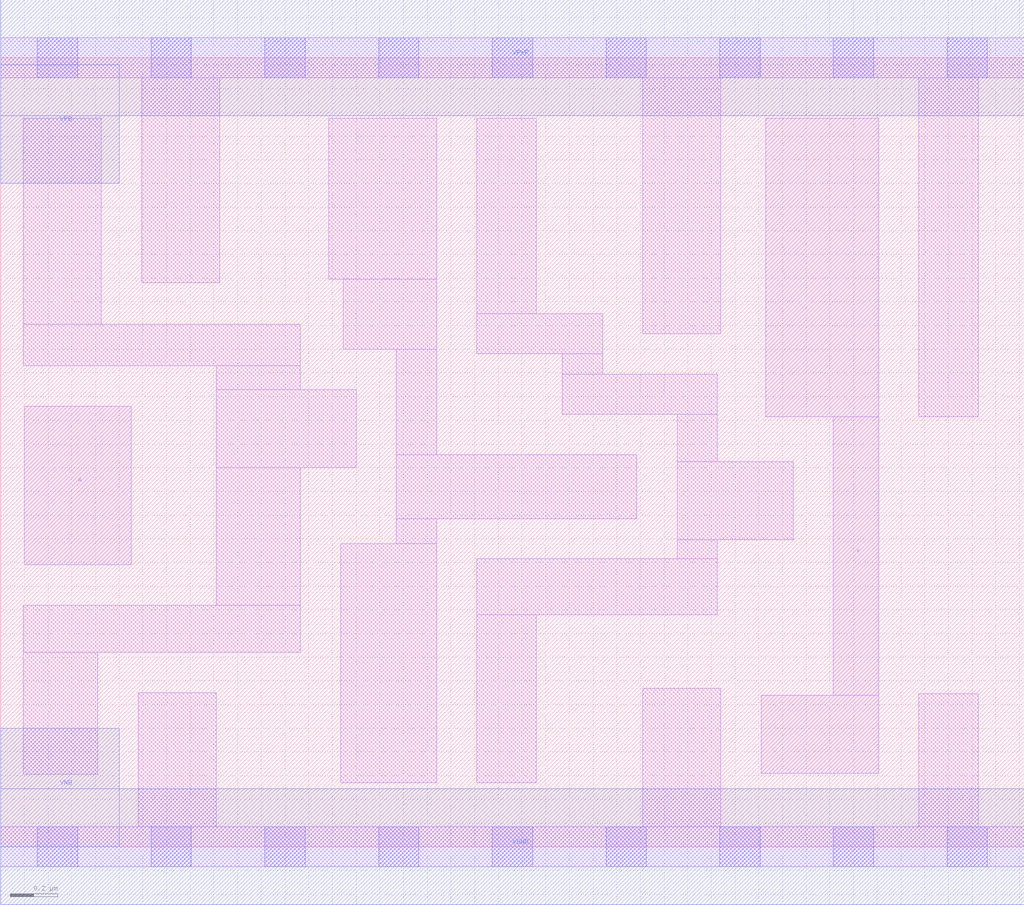
<source format=lef>
# Copyright 2020 The SkyWater PDK Authors
#
# Licensed under the Apache License, Version 2.0 (the "License");
# you may not use this file except in compliance with the License.
# You may obtain a copy of the License at
#
#     https://www.apache.org/licenses/LICENSE-2.0
#
# Unless required by applicable law or agreed to in writing, software
# distributed under the License is distributed on an "AS IS" BASIS,
# WITHOUT WARRANTIES OR CONDITIONS OF ANY KIND, either express or implied.
# See the License for the specific language governing permissions and
# limitations under the License.
#
# SPDX-License-Identifier: Apache-2.0

VERSION 5.5 ;
NAMESCASESENSITIVE ON ;
BUSBITCHARS "[]" ;
DIVIDERCHAR "/" ;
MACRO sky130_fd_sc_lp__clkdlybuf4s25_2
  CLASS CORE ;
  SOURCE USER ;
  ORIGIN  0.000000  0.000000 ;
  SIZE  4.320000 BY  3.330000 ;
  SYMMETRY X Y R90 ;
  SITE unit ;
  PIN A
    ANTENNAGATEAREA  0.252000 ;
    DIRECTION INPUT ;
    USE SIGNAL ;
    PORT
      LAYER li1 ;
        RECT 0.100000 1.190000 0.550000 1.860000 ;
    END
  END A
  PIN X
    ANTENNADIFFAREA  0.470400 ;
    DIRECTION OUTPUT ;
    USE SIGNAL ;
    PORT
      LAYER li1 ;
        RECT 3.210000 0.310000 3.705000 0.640000 ;
        RECT 3.230000 1.815000 3.705000 3.075000 ;
        RECT 3.515000 0.640000 3.705000 1.815000 ;
    END
  END X
  PIN VGND
    DIRECTION INOUT ;
    USE GROUND ;
    PORT
      LAYER met1 ;
        RECT 0.000000 -0.245000 4.320000 0.245000 ;
    END
  END VGND
  PIN VNB
    DIRECTION INOUT ;
    USE GROUND ;
    PORT
      LAYER met1 ;
        RECT 0.000000 0.000000 0.500000 0.500000 ;
    END
  END VNB
  PIN VPB
    DIRECTION INOUT ;
    USE POWER ;
    PORT
      LAYER met1 ;
        RECT 0.000000 2.800000 0.500000 3.300000 ;
    END
  END VPB
  PIN VPWR
    DIRECTION INOUT ;
    USE POWER ;
    PORT
      LAYER met1 ;
        RECT 0.000000 3.085000 4.320000 3.575000 ;
    END
  END VPWR
  OBS
    LAYER li1 ;
      RECT 0.000000 -0.085000 4.320000 0.085000 ;
      RECT 0.000000  3.245000 4.320000 3.415000 ;
      RECT 0.095000  0.305000 0.410000 0.820000 ;
      RECT 0.095000  0.820000 1.265000 1.020000 ;
      RECT 0.095000  2.030000 1.265000 2.205000 ;
      RECT 0.095000  2.205000 0.425000 3.075000 ;
      RECT 0.580000  0.085000 0.910000 0.650000 ;
      RECT 0.595000  2.380000 0.925000 3.245000 ;
      RECT 0.910000  1.020000 1.265000 1.600000 ;
      RECT 0.910000  1.600000 1.500000 1.930000 ;
      RECT 0.910000  1.930000 1.265000 2.030000 ;
      RECT 1.385000  2.395000 1.840000 3.075000 ;
      RECT 1.435000  0.270000 1.840000 1.280000 ;
      RECT 1.445000  2.100000 1.840000 2.395000 ;
      RECT 1.670000  1.280000 1.840000 1.385000 ;
      RECT 1.670000  1.385000 2.685000 1.655000 ;
      RECT 1.670000  1.655000 1.840000 2.100000 ;
      RECT 2.010000  0.270000 2.260000 0.980000 ;
      RECT 2.010000  0.980000 3.025000 1.215000 ;
      RECT 2.010000  2.080000 2.540000 2.250000 ;
      RECT 2.010000  2.250000 2.260000 3.075000 ;
      RECT 2.370000  1.825000 3.025000 1.995000 ;
      RECT 2.370000  1.995000 2.540000 2.080000 ;
      RECT 2.710000  0.085000 3.040000 0.670000 ;
      RECT 2.710000  2.165000 3.040000 3.245000 ;
      RECT 2.855000  1.215000 3.025000 1.295000 ;
      RECT 2.855000  1.295000 3.345000 1.625000 ;
      RECT 2.855000  1.625000 3.025000 1.825000 ;
      RECT 3.875000  0.085000 4.125000 0.645000 ;
      RECT 3.875000  1.815000 4.125000 3.245000 ;
    LAYER mcon ;
      RECT 0.155000 -0.085000 0.325000 0.085000 ;
      RECT 0.155000  3.245000 0.325000 3.415000 ;
      RECT 0.635000 -0.085000 0.805000 0.085000 ;
      RECT 0.635000  3.245000 0.805000 3.415000 ;
      RECT 1.115000 -0.085000 1.285000 0.085000 ;
      RECT 1.115000  3.245000 1.285000 3.415000 ;
      RECT 1.595000 -0.085000 1.765000 0.085000 ;
      RECT 1.595000  3.245000 1.765000 3.415000 ;
      RECT 2.075000 -0.085000 2.245000 0.085000 ;
      RECT 2.075000  3.245000 2.245000 3.415000 ;
      RECT 2.555000 -0.085000 2.725000 0.085000 ;
      RECT 2.555000  3.245000 2.725000 3.415000 ;
      RECT 3.035000 -0.085000 3.205000 0.085000 ;
      RECT 3.035000  3.245000 3.205000 3.415000 ;
      RECT 3.515000 -0.085000 3.685000 0.085000 ;
      RECT 3.515000  3.245000 3.685000 3.415000 ;
      RECT 3.995000 -0.085000 4.165000 0.085000 ;
      RECT 3.995000  3.245000 4.165000 3.415000 ;
  END
END sky130_fd_sc_lp__clkdlybuf4s25_2
END LIBRARY

</source>
